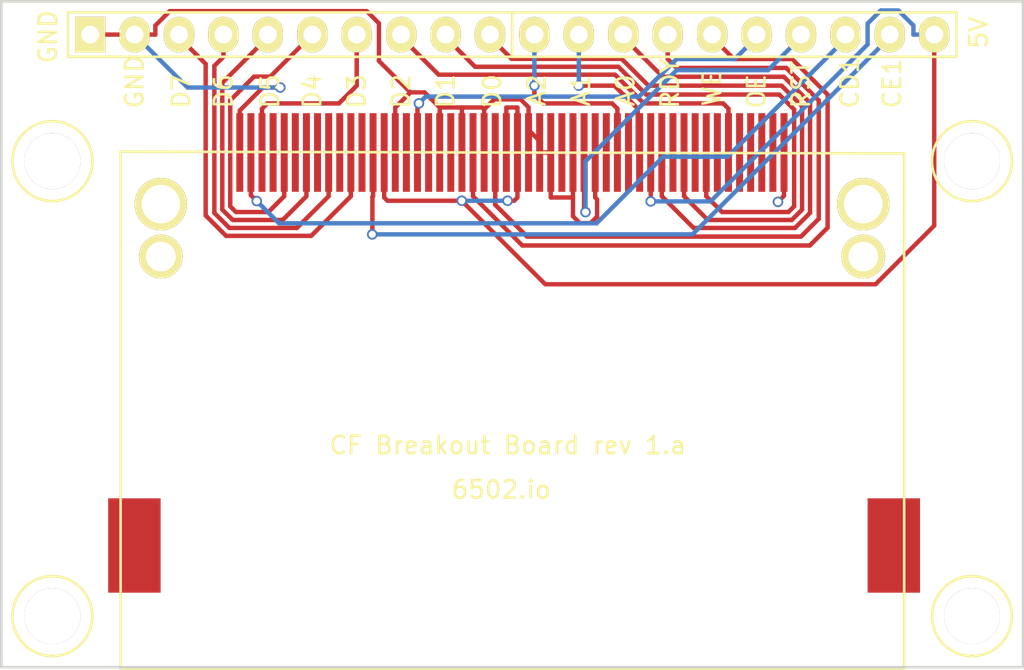
<source format=kicad_pcb>
(kicad_pcb (version 20171130) (host pcbnew "(5.1.12)-1")

  (general
    (thickness 1.6)
    (drawings 26)
    (tracks 223)
    (zones 0)
    (modules 6)
    (nets 38)
  )

  (page A4)
  (layers
    (0 F.Cu signal)
    (1 In1.Cu power)
    (2 In2.Cu power)
    (31 B.Cu signal)
    (32 B.Adhes user hide)
    (33 F.Adhes user hide)
    (34 B.Paste user hide)
    (35 F.Paste user hide)
    (36 B.SilkS user hide)
    (37 F.SilkS user hide)
    (38 B.Mask user hide)
    (39 F.Mask user hide)
    (40 Dwgs.User user hide)
    (41 Cmts.User user hide)
    (42 Eco1.User user hide)
    (43 Eco2.User user hide)
    (44 Edge.Cuts user)
    (45 Margin user hide)
    (46 B.CrtYd user hide)
    (47 F.CrtYd user hide)
    (48 B.Fab user hide)
    (49 F.Fab user hide)
  )

  (setup
    (last_trace_width 0.25)
    (user_trace_width 0.254)
    (user_trace_width 0.381)
    (user_trace_width 0.635)
    (trace_clearance 0.2)
    (zone_clearance 0.508)
    (zone_45_only no)
    (trace_min 0.2)
    (via_size 0.6)
    (via_drill 0.4)
    (via_min_size 0.4)
    (via_min_drill 0.3)
    (uvia_size 0.3)
    (uvia_drill 0.1)
    (uvias_allowed no)
    (uvia_min_size 0.2)
    (uvia_min_drill 0.1)
    (edge_width 0.15)
    (segment_width 0.2)
    (pcb_text_width 0.3)
    (pcb_text_size 1.5 1.5)
    (mod_edge_width 0.15)
    (mod_text_size 1 1)
    (mod_text_width 0.15)
    (pad_size 3.2 3.2)
    (pad_drill 3.2)
    (pad_to_mask_clearance 0.2)
    (aux_axis_origin 0 0)
    (visible_elements 7FFEFFFF)
    (pcbplotparams
      (layerselection 0x010f0_80000007)
      (usegerberextensions true)
      (usegerberattributes true)
      (usegerberadvancedattributes true)
      (creategerberjobfile true)
      (excludeedgelayer true)
      (linewidth 0.100000)
      (plotframeref false)
      (viasonmask false)
      (mode 1)
      (useauxorigin false)
      (hpglpennumber 1)
      (hpglpenspeed 20)
      (hpglpendiameter 15.000000)
      (psnegative false)
      (psa4output false)
      (plotreference true)
      (plotvalue true)
      (plotinvisibletext false)
      (padsonsilk false)
      (subtractmaskfromsilk true)
      (outputformat 1)
      (mirror false)
      (drillshape 0)
      (scaleselection 1)
      (outputdirectory "Gerbers/"))
  )

  (net 0 "")
  (net 1 GND)
  (net 2 /D7)
  (net 3 /D6)
  (net 4 /D5)
  (net 5 /D4)
  (net 6 /D3)
  (net 7 /D2)
  (net 8 /D1)
  (net 9 /D0)
  (net 10 /A2)
  (net 11 /A1)
  (net 12 /A0)
  (net 13 /RD)
  (net 14 /WE)
  (net 15 /OE)
  (net 16 /RST)
  (net 17 /CD1)
  (net 18 /CE1)
  (net 19 +5V)
  (net 20 "Net-(U1-Pad25)")
  (net 21 "Net-(U1-Pad49)")
  (net 22 "Net-(U1-Pad24)")
  (net 23 "Net-(U1-Pad48)")
  (net 24 "Net-(U1-Pad47)")
  (net 25 "Net-(U1-Pad46)")
  (net 26 "Net-(U1-Pad45)")
  (net 27 "Net-(U1-Pad43)")
  (net 28 "Net-(U1-Pad42)")
  (net 29 "Net-(U1-Pad40)")
  (net 30 "Net-(U1-Pad35)")
  (net 31 "Net-(U1-Pad34)")
  (net 32 "Net-(U1-Pad33)")
  (net 33 "Net-(U1-Pad31)")
  (net 34 "Net-(U1-Pad30)")
  (net 35 "Net-(U1-Pad29)")
  (net 36 "Net-(U1-Pad27)")
  (net 37 "Net-(U1-Pad28)")

  (net_class Default "This is the default net class."
    (clearance 0.2)
    (trace_width 0.25)
    (via_dia 0.6)
    (via_drill 0.4)
    (uvia_dia 0.3)
    (uvia_drill 0.1)
    (add_net +5V)
    (add_net /A0)
    (add_net /A1)
    (add_net /A2)
    (add_net /CD1)
    (add_net /CE1)
    (add_net /D0)
    (add_net /D1)
    (add_net /D2)
    (add_net /D3)
    (add_net /D4)
    (add_net /D5)
    (add_net /D6)
    (add_net /D7)
    (add_net /OE)
    (add_net /RD)
    (add_net /RST)
    (add_net /WE)
    (add_net GND)
    (add_net "Net-(U1-Pad24)")
    (add_net "Net-(U1-Pad25)")
    (add_net "Net-(U1-Pad27)")
    (add_net "Net-(U1-Pad28)")
    (add_net "Net-(U1-Pad29)")
    (add_net "Net-(U1-Pad30)")
    (add_net "Net-(U1-Pad31)")
    (add_net "Net-(U1-Pad33)")
    (add_net "Net-(U1-Pad34)")
    (add_net "Net-(U1-Pad35)")
    (add_net "Net-(U1-Pad40)")
    (add_net "Net-(U1-Pad42)")
    (add_net "Net-(U1-Pad43)")
    (add_net "Net-(U1-Pad45)")
    (add_net "Net-(U1-Pad46)")
    (add_net "Net-(U1-Pad47)")
    (add_net "Net-(U1-Pad48)")
    (add_net "Net-(U1-Pad49)")
  )

  (module 6502Library:1pin (layer F.Cu) (tedit 5689353A) (tstamp 568934C4)
    (at 119.761 89.154)
    (descr "module 1 pin (ou trou mecanique de percage)")
    (tags DEV)
    (fp_text reference REF**_4 (at 0 -3.048) (layer F.SilkS) hide
      (effects (font (size 1 1) (thickness 0.15)))
    )
    (fp_text value 1pin (at 0 2.794) (layer F.Fab)
      (effects (font (size 1 1) (thickness 0.15)))
    )
    (fp_circle (center 0 0) (end 0 -2.286) (layer F.SilkS) (width 0.15))
    (pad 1 thru_hole circle (at 0 0) (size 3.2 3.2) (drill 3.2) (layers *.Cu *.Mask F.SilkS))
  )

  (module 6502Library:1pin (layer F.Cu) (tedit 56893481) (tstamp 5689344A)
    (at 172.339 89.154)
    (descr "module 1 pin (ou trou mecanique de percage)")
    (tags DEV)
    (fp_text reference REF**_3 (at 0 -3.048) (layer F.SilkS) hide
      (effects (font (size 1 1) (thickness 0.15)))
    )
    (fp_text value 1pin (at 0 2.794) (layer F.Fab)
      (effects (font (size 1 1) (thickness 0.15)))
    )
    (fp_circle (center 0 0) (end 0 -2.286) (layer F.SilkS) (width 0.15))
    (pad 1 thru_hole circle (at 0 0) (size 3.2 3.2) (drill 3.2) (layers *.Cu *.Mask F.SilkS))
  )

  (module 6502Library:1pin (layer F.Cu) (tedit 5689347D) (tstamp 5689341C)
    (at 172.339 115.189)
    (descr "module 1 pin (ou trou mecanique de percage)")
    (tags DEV)
    (fp_text reference REF**_2 (at 0 -3.048) (layer F.SilkS) hide
      (effects (font (size 1 1) (thickness 0.15)))
    )
    (fp_text value 1pin (at 0 2.794) (layer F.Fab)
      (effects (font (size 1 1) (thickness 0.15)))
    )
    (fp_circle (center 0 0) (end 0 -2.286) (layer F.SilkS) (width 0.15))
    (pad 1 thru_hole circle (at 0 0) (size 3.2 3.2) (drill 3.2) (layers *.Cu *.Mask F.SilkS))
  )

  (module Footprints:Socket_Strip_Straight_1x20 (layer F.Cu) (tedit 56893247) (tstamp 5687E9D3)
    (at 121.92 81.915)
    (descr "Through hole socket strip")
    (tags "socket strip")
    (path /56874BCE)
    (fp_text reference P1 (at -4.191 0) (layer F.SilkS) hide
      (effects (font (size 1 1) (thickness 0.15)))
    )
    (fp_text value CONN_01X20 (at 23.622 -3.429) (layer F.Fab)
      (effects (font (size 1 1) (thickness 0.15)))
    )
    (fp_line (start 24.13 -1.27) (end 24.13 1.27) (layer F.SilkS) (width 0.15))
    (fp_line (start -1.143 -1.27) (end -1.27 -1.27) (layer F.SilkS) (width 0.15))
    (fp_line (start -1.27 -1.27) (end -1.27 1.27) (layer F.SilkS) (width 0.15))
    (fp_line (start -1.27 1.27) (end -1.143 1.27) (layer F.SilkS) (width 0.15))
    (fp_line (start 1.27 1.27) (end -1.143 1.27) (layer F.SilkS) (width 0.15))
    (fp_line (start -1.143 -1.27) (end 1.27 -1.27) (layer F.SilkS) (width 0.15))
    (fp_line (start -1.75 -1.75) (end -1.75 1.75) (layer F.CrtYd) (width 0.05))
    (fp_line (start 50.05 -1.75) (end 50.05 1.75) (layer F.CrtYd) (width 0.05))
    (fp_line (start -1.75 -1.75) (end 50.05 -1.75) (layer F.CrtYd) (width 0.05))
    (fp_line (start -1.75 1.75) (end 50.05 1.75) (layer F.CrtYd) (width 0.05))
    (fp_line (start 1.27 1.27) (end 49.53 1.27) (layer F.SilkS) (width 0.15))
    (fp_line (start 49.53 1.27) (end 49.53 -1.27) (layer F.SilkS) (width 0.15))
    (fp_line (start 49.53 -1.27) (end 1.27 -1.27) (layer F.SilkS) (width 0.15))
    (pad 1 thru_hole rect (at 0 0) (size 1.7272 2.032) (drill 1.016) (layers *.Cu *.Mask F.SilkS)
      (net 1 GND))
    (pad 2 thru_hole oval (at 2.54 0) (size 1.7272 2.032) (drill 1.016) (layers *.Cu *.Mask F.SilkS)
      (net 1 GND))
    (pad 3 thru_hole oval (at 5.08 0) (size 1.7272 2.032) (drill 1.016) (layers *.Cu *.Mask F.SilkS)
      (net 2 /D7))
    (pad 4 thru_hole oval (at 7.62 0) (size 1.7272 2.032) (drill 1.016) (layers *.Cu *.Mask F.SilkS)
      (net 3 /D6))
    (pad 5 thru_hole oval (at 10.16 0) (size 1.7272 2.032) (drill 1.016) (layers *.Cu *.Mask F.SilkS)
      (net 4 /D5))
    (pad 6 thru_hole oval (at 12.7 0) (size 1.7272 2.032) (drill 1.016) (layers *.Cu *.Mask F.SilkS)
      (net 5 /D4))
    (pad 7 thru_hole oval (at 15.24 0) (size 1.7272 2.032) (drill 1.016) (layers *.Cu *.Mask F.SilkS)
      (net 6 /D3))
    (pad 8 thru_hole oval (at 17.78 0) (size 1.7272 2.032) (drill 1.016) (layers *.Cu *.Mask F.SilkS)
      (net 7 /D2))
    (pad 9 thru_hole oval (at 20.32 0) (size 1.7272 2.032) (drill 1.016) (layers *.Cu *.Mask F.SilkS)
      (net 8 /D1))
    (pad 10 thru_hole oval (at 22.86 0) (size 1.7272 2.032) (drill 1.016) (layers *.Cu *.Mask F.SilkS)
      (net 9 /D0))
    (pad 11 thru_hole oval (at 25.4 0) (size 1.7272 2.032) (drill 1.016) (layers *.Cu *.Mask F.SilkS)
      (net 10 /A2))
    (pad 12 thru_hole oval (at 27.94 0) (size 1.7272 2.032) (drill 1.016) (layers *.Cu *.Mask F.SilkS)
      (net 11 /A1))
    (pad 13 thru_hole oval (at 30.48 0) (size 1.7272 2.032) (drill 1.016) (layers *.Cu *.Mask F.SilkS)
      (net 12 /A0))
    (pad 14 thru_hole oval (at 33.02 0) (size 1.7272 2.032) (drill 1.016) (layers *.Cu *.Mask F.SilkS)
      (net 13 /RD))
    (pad 15 thru_hole oval (at 35.56 0) (size 1.7272 2.032) (drill 1.016) (layers *.Cu *.Mask F.SilkS)
      (net 14 /WE))
    (pad 16 thru_hole oval (at 38.1 0) (size 1.7272 2.032) (drill 1.016) (layers *.Cu *.Mask F.SilkS)
      (net 15 /OE))
    (pad 17 thru_hole oval (at 40.64 0) (size 1.7272 2.032) (drill 1.016) (layers *.Cu *.Mask F.SilkS)
      (net 16 /RST))
    (pad 18 thru_hole oval (at 43.18 0) (size 1.7272 2.032) (drill 1.016) (layers *.Cu *.Mask F.SilkS)
      (net 17 /CD1))
    (pad 19 thru_hole oval (at 45.72 0) (size 1.7272 2.032) (drill 1.016) (layers *.Cu *.Mask F.SilkS)
      (net 18 /CE1))
    (pad 20 thru_hole oval (at 48.26 0) (size 1.7272 2.032) (drill 1.016) (layers *.Cu *.Mask F.SilkS)
      (net 19 +5V))
    (model Socket_Strips.3dshapes/Socket_Strip_Straight_1x20.wrl
      (offset (xyz 24.12999963760376 0 0))
      (scale (xyz 1 1 1))
      (rotate (xyz 0 0 180))
    )
  )

  (module Footprints:CompactFlashSocket (layer F.Cu) (tedit 5689324E) (tstamp 5687EA0F)
    (at 145.161 104.013)
    (path /5683F9BB)
    (fp_text reference U1 (at 0.14 -0.19) (layer F.SilkS) hide
      (effects (font (size 1 1) (thickness 0.15)))
    )
    (fp_text value CompactFlashCard (at 0 -20.75) (layer F.Fab)
      (effects (font (size 1 1) (thickness 0.15)))
    )
    (fp_line (start -21.5 14.2) (end 23.3 14.2) (layer F.SilkS) (width 0.15))
    (fp_line (start 23.3 14.2) (end 23.3 -15.3) (layer F.SilkS) (width 0.15))
    (fp_line (start 23.3 -15.3) (end -21.5 -15.4) (layer F.SilkS) (width 0.15))
    (fp_line (start -21.5 -15.4) (end -21.5 14.2) (layer F.SilkS) (width 0.15))
    (pad "" smd rect (at 22.708 7.134) (size 3 5.4) (layers F.Cu F.Paste F.Mask))
    (pad "" thru_hole circle (at 20.96 -9.4) (size 2.5 2.5) (drill 1.7) (layers *.Cu *.Mask F.SilkS))
    (pad "" thru_hole circle (at -19.2 -9.4) (size 2.5 2.5) (drill 1.7) (layers *.Cu *.Mask F.SilkS))
    (pad "" thru_hole circle (at 20.96 -12.4) (size 3 3) (drill 2.2) (layers *.Cu *.Mask F.SilkS))
    (pad 50 smd rect (at 16.429 -15.354) (size 0.4 4.5) (layers F.Cu F.Paste F.Mask)
      (net 1 GND))
    (pad 25 smd rect (at 15.794 -15.354) (size 0.4 4.5) (layers F.Cu F.Paste F.Mask)
      (net 20 "Net-(U1-Pad25)"))
    (pad 49 smd rect (at 15.159 -15.354) (size 0.4 4.5) (layers F.Cu F.Paste F.Mask)
      (net 21 "Net-(U1-Pad49)"))
    (pad 24 smd rect (at 14.524 -15.354) (size 0.4 4.5) (layers F.Cu F.Paste F.Mask)
      (net 22 "Net-(U1-Pad24)"))
    (pad 48 smd rect (at 13.889 -15.354) (size 0.4 4.5) (layers F.Cu F.Paste F.Mask)
      (net 23 "Net-(U1-Pad48)"))
    (pad 23 smd rect (at 13.254 -15.354) (size 0.4 4.5) (layers F.Cu F.Paste F.Mask)
      (net 7 /D2))
    (pad 47 smd rect (at 12.619 -15.354) (size 0.4 4.5) (layers F.Cu F.Paste F.Mask)
      (net 24 "Net-(U1-Pad47)"))
    (pad 22 smd rect (at 11.984 -15.354) (size 0.4 4.5) (layers F.Cu F.Paste F.Mask)
      (net 8 /D1))
    (pad 46 smd rect (at 11.349 -15.354) (size 0.4 4.5) (layers F.Cu F.Paste F.Mask)
      (net 25 "Net-(U1-Pad46)"))
    (pad 21 smd rect (at 10.714 -15.354) (size 0.4 4.5) (layers F.Cu F.Paste F.Mask)
      (net 9 /D0))
    (pad 45 smd rect (at 10.079 -15.354) (size 0.4 4.5) (layers F.Cu F.Paste F.Mask)
      (net 26 "Net-(U1-Pad45)"))
    (pad 20 smd rect (at 9.444 -15.354) (size 0.4 4.5) (layers F.Cu F.Paste F.Mask)
      (net 12 /A0))
    (pad 44 smd rect (at 8.809 -15.354) (size 0.4 4.5) (layers F.Cu F.Paste F.Mask)
      (net 19 +5V))
    (pad 19 smd rect (at 8.174 -15.354) (size 0.4 4.5) (layers F.Cu F.Paste F.Mask)
      (net 11 /A1))
    (pad 43 smd rect (at 7.539 -15.354) (size 0.4 4.5) (layers F.Cu F.Paste F.Mask)
      (net 27 "Net-(U1-Pad43)"))
    (pad 18 smd rect (at 6.904 -15.354) (size 0.4 4.5) (layers F.Cu F.Paste F.Mask)
      (net 10 /A2))
    (pad 42 smd rect (at 6.269 -15.354) (size 0.4 4.5) (layers F.Cu F.Paste F.Mask)
      (net 28 "Net-(U1-Pad42)"))
    (pad 17 smd rect (at 5.634 -15.354) (size 0.4 4.5) (layers F.Cu F.Paste F.Mask)
      (net 1 GND))
    (pad 41 smd rect (at 4.999 -15.354) (size 0.4 4.5) (layers F.Cu F.Paste F.Mask)
      (net 16 /RST))
    (pad 16 smd rect (at 4.364 -15.354) (size 0.4 4.5) (layers F.Cu F.Paste F.Mask)
      (net 1 GND))
    (pad 40 smd rect (at 3.729 -15.354) (size 0.4 4.5) (layers F.Cu F.Paste F.Mask)
      (net 29 "Net-(U1-Pad40)"))
    (pad 15 smd rect (at 3.094 -15.354) (size 0.4 4.5) (layers F.Cu F.Paste F.Mask)
      (net 1 GND))
    (pad 39 smd rect (at 2.459 -15.354) (size 0.4 4.5) (layers F.Cu F.Paste F.Mask)
      (net 1 GND))
    (pad 14 smd rect (at 1.824 -15.354) (size 0.4 4.5) (layers F.Cu F.Paste F.Mask)
      (net 1 GND))
    (pad 38 smd rect (at 1.189 -15.354) (size 0.4 4.5) (layers F.Cu F.Paste F.Mask)
      (net 19 +5V))
    (pad 13 smd rect (at 0.554 -15.354) (size 0.4 4.5) (layers F.Cu F.Paste F.Mask)
      (net 19 +5V))
    (pad 37 smd rect (at -0.081 -15.354) (size 0.4 4.5) (layers F.Cu F.Paste F.Mask)
      (net 13 /RD))
    (pad 12 smd rect (at -0.716 -15.354) (size 0.4 4.5) (layers F.Cu F.Paste F.Mask)
      (net 1 GND))
    (pad 36 smd rect (at -1.351 -15.354) (size 0.4 4.5) (layers F.Cu F.Paste F.Mask)
      (net 14 /WE))
    (pad 11 smd rect (at -1.986 -15.354) (size 0.4 4.5) (layers F.Cu F.Paste F.Mask)
      (net 1 GND))
    (pad 35 smd rect (at -2.621 -15.354) (size 0.4 4.5) (layers F.Cu F.Paste F.Mask)
      (net 30 "Net-(U1-Pad35)"))
    (pad 10 smd rect (at -3.256 -15.354) (size 0.4 4.5) (layers F.Cu F.Paste F.Mask)
      (net 1 GND))
    (pad 34 smd rect (at -3.891 -15.354) (size 0.4 4.5) (layers F.Cu F.Paste F.Mask)
      (net 31 "Net-(U1-Pad34)"))
    (pad 9 smd rect (at -4.526 -15.354) (size 0.4 4.5) (layers F.Cu F.Paste F.Mask)
      (net 15 /OE))
    (pad 33 smd rect (at -5.161 -15.354) (size 0.4 4.5) (layers F.Cu F.Paste F.Mask)
      (net 32 "Net-(U1-Pad33)"))
    (pad 8 smd rect (at -5.796 -15.354) (size 0.4 4.5) (layers F.Cu F.Paste F.Mask)
      (net 1 GND))
    (pad 32 smd rect (at -6.431 -15.354) (size 0.4 4.5) (layers F.Cu F.Paste F.Mask)
      (net 19 +5V))
    (pad 31 smd rect (at -7.701 -15.354) (size 0.4 4.5) (layers F.Cu F.Paste F.Mask)
      (net 33 "Net-(U1-Pad31)"))
    (pad 7 smd rect (at -7.066 -15.354) (size 0.4 4.5) (layers F.Cu F.Paste F.Mask)
      (net 18 /CE1))
    (pad 6 smd rect (at -8.336 -15.354) (size 0.4 4.5) (layers F.Cu F.Paste F.Mask)
      (net 2 /D7))
    (pad 30 smd rect (at -8.971 -15.354) (size 0.4 4.5) (layers F.Cu F.Paste F.Mask)
      (net 34 "Net-(U1-Pad30)"))
    (pad 5 smd rect (at -9.606 -15.354) (size 0.4 4.5) (layers F.Cu F.Paste F.Mask)
      (net 3 /D6))
    (pad 29 smd rect (at -10.241 -15.354) (size 0.4 4.5) (layers F.Cu F.Paste F.Mask)
      (net 35 "Net-(U1-Pad29)"))
    (pad 4 smd rect (at -10.876 -15.354) (size 0.4 4.5) (layers F.Cu F.Paste F.Mask)
      (net 4 /D5))
    (pad 3 smd rect (at -12.146 -15.354) (size 0.4 4.5) (layers F.Cu F.Paste F.Mask)
      (net 5 /D4))
    (pad 27 smd rect (at -12.781 -15.354) (size 0.4 4.5) (layers F.Cu F.Paste F.Mask)
      (net 36 "Net-(U1-Pad27)"))
    (pad 2 smd rect (at -13.416 -15.354) (size 0.4 4.5) (layers F.Cu F.Paste F.Mask)
      (net 6 /D3))
    (pad 26 smd rect (at -14.051 -15.354) (size 0.4 4.5) (layers F.Cu F.Paste F.Mask)
      (net 17 /CD1))
    (pad 1 smd rect (at -14.686 -15.354) (size 0.4 4.5) (layers F.Cu F.Paste F.Mask)
      (net 1 GND))
    (pad "" thru_hole circle (at -19.2 -12.4) (size 3 3) (drill 2.2) (layers *.Cu *.Mask F.SilkS))
    (pad 28 smd rect (at -11.511 -15.354) (size 0.4 4.5) (layers F.Cu F.Paste F.Mask)
      (net 37 "Net-(U1-Pad28)"))
    (pad "" smd rect (at -20.712 7.134) (size 3 5.4) (layers F.Cu F.Paste F.Mask))
  )

  (module 6502Library:1pin (layer F.Cu) (tedit 56893540) (tstamp 5687EB49)
    (at 119.761 115.189)
    (descr "module 1 pin (ou trou mecanique de percage)")
    (tags DEV)
    (fp_text reference REF** (at 0 -3.048) (layer F.SilkS) hide
      (effects (font (size 1 1) (thickness 0.15)))
    )
    (fp_text value 1pin (at 0 2.794) (layer F.Fab)
      (effects (font (size 1 1) (thickness 0.15)))
    )
    (fp_circle (center 0 0) (end 0 -2.286) (layer F.SilkS) (width 0.15))
    (pad 1 thru_hole circle (at 0 0) (size 3.2 3.2) (drill 3.2) (layers *.Cu *.Mask F.SilkS))
  )

  (gr_text 6502.io (at 145.415 107.95) (layer F.SilkS)
    (effects (font (size 1 1) (thickness 0.15)))
  )
  (gr_text "CF Breakout Board rev 1.a" (at 145.796 105.41) (layer F.SilkS)
    (effects (font (size 1 1) (thickness 0.15)))
  )
  (gr_text 5V (at 172.72 82.804 90) (layer F.SilkS)
    (effects (font (size 1 1) (thickness 0.15)) (justify left))
  )
  (gr_text CE1 (at 167.767 86.233 90) (layer F.SilkS)
    (effects (font (size 1 1) (thickness 0.15)) (justify left))
  )
  (gr_text CD1 (at 165.354 86.233 90) (layer F.SilkS)
    (effects (font (size 1 1) (thickness 0.15)) (justify left))
  )
  (gr_text RST (at 162.56 86.233 90) (layer F.SilkS)
    (effects (font (size 1 1) (thickness 0.15)) (justify left))
  )
  (gr_text OE (at 160.02 86.233 90) (layer F.SilkS)
    (effects (font (size 1 1) (thickness 0.15)) (justify left))
  )
  (gr_text WE (at 157.48 86.106 90) (layer F.SilkS)
    (effects (font (size 1 1) (thickness 0.15)) (justify left))
  )
  (gr_text RDY (at 155.067 86.233 90) (layer F.SilkS)
    (effects (font (size 1 1) (thickness 0.15)) (justify left))
  )
  (gr_text A0 (at 152.527 86.106 90) (layer F.SilkS)
    (effects (font (size 1 1) (thickness 0.15)) (justify left))
  )
  (gr_text A1 (at 149.987 86.106 90) (layer F.SilkS)
    (effects (font (size 1 1) (thickness 0.15)) (justify left))
  )
  (gr_text A2 (at 147.447 86.106 90) (layer F.SilkS)
    (effects (font (size 1 1) (thickness 0.15)) (justify left))
  )
  (gr_text D0 (at 144.907 86.233 90) (layer F.SilkS)
    (effects (font (size 1 1) (thickness 0.15)) (justify left))
  )
  (gr_text D1 (at 142.24 86.233 90) (layer F.SilkS)
    (effects (font (size 1 1) (thickness 0.15)) (justify left))
  )
  (gr_text D2 (at 139.7 86.233 90) (layer F.SilkS)
    (effects (font (size 1 1) (thickness 0.15)) (justify left))
  )
  (gr_text D3 (at 137.16 86.233 90) (layer F.SilkS)
    (effects (font (size 1 1) (thickness 0.15)) (justify left))
  )
  (gr_text D4 (at 134.62 86.233 90) (layer F.SilkS)
    (effects (font (size 1 1) (thickness 0.15)) (justify left))
  )
  (gr_text D5 (at 132.207 86.233 90) (layer F.SilkS)
    (effects (font (size 1 1) (thickness 0.15)) (justify left))
  )
  (gr_text D6 (at 129.54 86.233 90) (layer F.SilkS)
    (effects (font (size 1 1) (thickness 0.15)) (justify left))
  )
  (gr_text D7 (at 127.127 86.233 90) (layer F.SilkS)
    (effects (font (size 1 1) (thickness 0.15)) (justify left))
  )
  (gr_text GND (at 124.46 86.233 90) (layer F.SilkS)
    (effects (font (size 1 1) (thickness 0.15)) (justify left))
  )
  (gr_text GND (at 119.507 82.042 90) (layer F.SilkS)
    (effects (font (size 1 1) (thickness 0.15)))
  )
  (gr_line (start 116.84 118.11) (end 116.84 80.01) (angle 90) (layer Edge.Cuts) (width 0.15))
  (gr_line (start 175.26 118.11) (end 116.84 118.11) (angle 90) (layer Edge.Cuts) (width 0.15))
  (gr_line (start 175.26 80.01) (end 175.26 118.11) (angle 90) (layer Edge.Cuts) (width 0.15))
  (gr_line (start 116.84 80.01) (end 175.26 80.01) (angle 90) (layer Edge.Cuts) (width 0.15))

  (via (at 161.24428 91.48572) (size 0.6) (drill 0.4) (layers F.Cu B.Cu) (net 1))
  (via (at 132.7912 84.94268) (size 0.6) (drill 0.4) (layers F.Cu B.Cu) (net 1))
  (segment (start 149.525 91.2341) (end 149.525 92.309) (width 0.25) (layer F.Cu) (net 1))
  (segment (start 149.525 92.309) (end 149.9168 92.7008) (width 0.25) (layer F.Cu) (net 1))
  (segment (start 149.9168 92.7008) (end 150.5286 92.7008) (width 0.25) (layer F.Cu) (net 1))
  (segment (start 150.5286 92.7008) (end 150.9048 92.3246) (width 0.25) (layer F.Cu) (net 1))
  (segment (start 150.9048 92.3246) (end 150.9048 91.3439) (width 0.25) (layer F.Cu) (net 1))
  (segment (start 150.9048 91.3439) (end 150.795 91.2341) (width 0.25) (layer F.Cu) (net 1))
  (segment (start 150.795 88.659) (end 150.795 91.2341) (width 0.25) (layer F.Cu) (net 1))
  (segment (start 148.255 91.2341) (end 149.525 91.2341) (width 0.25) (layer F.Cu) (net 1))
  (segment (start 140.228 85.2209) (end 141.042 85.2209) (width 0.25) (layer F.Cu) (net 1))
  (segment (start 141.042 85.2209) (end 141.905 86.0839) (width 0.25) (layer F.Cu) (net 1))
  (segment (start 139.365 86.0839) (end 140.228 85.2209) (width 0.25) (layer F.Cu) (net 1))
  (segment (start 140.228 85.2209) (end 138.43 83.4229) (width 0.25) (layer F.Cu) (net 1))
  (segment (start 138.43 83.4229) (end 138.43 81.2698) (width 0.25) (layer F.Cu) (net 1))
  (segment (start 138.43 81.2698) (end 137.7307 80.5705) (width 0.25) (layer F.Cu) (net 1))
  (segment (start 137.7307 80.5705) (end 126.4731 80.5705) (width 0.25) (layer F.Cu) (net 1))
  (segment (start 126.4731 80.5705) (end 125.6487 81.3949) (width 0.25) (layer F.Cu) (net 1))
  (segment (start 125.6487 81.3949) (end 125.6487 81.915) (width 0.25) (layer F.Cu) (net 1))
  (segment (start 124.46 81.915) (end 125.6487 81.915) (width 0.25) (layer F.Cu) (net 1))
  (segment (start 144.445 86.1964) (end 145.0189 85.6225) (width 0.25) (layer F.Cu) (net 1))
  (segment (start 145.0189 85.6225) (end 146.534 85.6225) (width 0.25) (layer F.Cu) (net 1))
  (segment (start 146.534 85.6225) (end 146.985 86.0735) (width 0.25) (layer F.Cu) (net 1))
  (segment (start 146.985 86.0735) (end 146.985 87.3714) (width 0.25) (layer F.Cu) (net 1))
  (segment (start 143.175 86.0839) (end 144.3325 86.0839) (width 0.25) (layer F.Cu) (net 1))
  (segment (start 144.3325 86.0839) (end 144.445 86.1964) (width 0.25) (layer F.Cu) (net 1))
  (segment (start 124.46 81.915) (end 121.92 81.915) (width 0.25) (layer F.Cu) (net 1))
  (segment (start 139.365 88.659) (end 139.365 86.0839) (width 0.25) (layer F.Cu) (net 1))
  (segment (start 148.255 88.659) (end 148.255 91.2341) (width 0.25) (layer F.Cu) (net 1))
  (segment (start 149.525 88.659) (end 149.525 91.2341) (width 0.25) (layer F.Cu) (net 1))
  (segment (start 147.62 88.659) (end 148.255 88.659) (width 0.25) (layer F.Cu) (net 1))
  (segment (start 146.985 87.3714) (end 147.62 88.0064) (width 0.25) (layer F.Cu) (net 1))
  (segment (start 147.62 88.0064) (end 147.62 88.659) (width 0.25) (layer F.Cu) (net 1))
  (segment (start 146.985 88.659) (end 146.985 87.3714) (width 0.25) (layer F.Cu) (net 1))
  (segment (start 144.445 88.659) (end 144.445 86.1964) (width 0.25) (layer F.Cu) (net 1))
  (segment (start 143.175 86.1964) (end 143.175 86.0839) (width 0.25) (layer F.Cu) (net 1))
  (segment (start 143.175 88.659) (end 143.175 86.1964) (width 0.25) (layer F.Cu) (net 1))
  (segment (start 141.905 86.0839) (end 143.175 86.0839) (width 0.25) (layer F.Cu) (net 1))
  (segment (start 141.905 86.1964) (end 141.905 86.0839) (width 0.25) (layer F.Cu) (net 1))
  (segment (start 141.905 88.659) (end 141.905 86.1964) (width 0.25) (layer F.Cu) (net 1))
  (segment (start 131.791318 84.94268) (end 132.7912 84.94268) (width 0.25) (layer F.Cu) (net 1))
  (segment (start 130.475 86.258998) (end 131.791318 84.94268) (width 0.25) (layer F.Cu) (net 1))
  (segment (start 130.475 88.659) (end 130.475 86.258998) (width 0.25) (layer F.Cu) (net 1))
  (segment (start 127.48768 84.94268) (end 124.46 81.915) (width 0.25) (layer B.Cu) (net 1))
  (segment (start 132.7912 84.94268) (end 127.48768 84.94268) (width 0.25) (layer B.Cu) (net 1))
  (segment (start 161.59 91.14) (end 161.24428 91.48572) (width 0.25) (layer F.Cu) (net 1))
  (segment (start 161.59 88.659) (end 161.59 91.14) (width 0.25) (layer F.Cu) (net 1))
  (segment (start 138.644819 90.796299) (end 132.7912 84.94268) (width 0.25) (layer In1.Cu) (net 1))
  (segment (start 160.554859 90.796299) (end 138.644819 90.796299) (width 0.25) (layer In1.Cu) (net 1))
  (segment (start 161.24428 91.48572) (end 160.554859 90.796299) (width 0.25) (layer In1.Cu) (net 1))
  (segment (start 136.825 88.659) (end 136.825 91.163) (width 0.254) (layer F.Cu) (net 2))
  (segment (start 136.825 91.163) (end 134.559 93.429) (width 0.254) (layer F.Cu) (net 2))
  (segment (start 134.559 93.429) (end 129.691 93.429) (width 0.254) (layer F.Cu) (net 2))
  (segment (start 129.691 93.429) (end 128.524 92.2622) (width 0.254) (layer F.Cu) (net 2))
  (segment (start 128.524 92.2622) (end 128.524 83.5914) (width 0.254) (layer F.Cu) (net 2))
  (segment (start 128.524 83.5914) (end 127 82.0674) (width 0.254) (layer F.Cu) (net 2))
  (segment (start 127 82.0674) (end 127 81.915) (width 0.254) (layer F.Cu) (net 2))
  (segment (start 135.555 88.659) (end 135.555 91.163) (width 0.254) (layer F.Cu) (net 3))
  (segment (start 135.555 91.163) (end 133.743 92.975) (width 0.254) (layer F.Cu) (net 3))
  (segment (start 133.743 92.975) (end 129.879 92.975) (width 0.254) (layer F.Cu) (net 3))
  (segment (start 129.879 92.975) (end 129.021 92.1171) (width 0.254) (layer F.Cu) (net 3))
  (segment (start 129.021 92.1171) (end 129.021 83.704) (width 0.254) (layer F.Cu) (net 3))
  (segment (start 129.021 83.704) (end 129.54 83.185) (width 0.254) (layer F.Cu) (net 3))
  (segment (start 129.54 83.185) (end 129.54 81.915) (width 0.254) (layer F.Cu) (net 3))
  (segment (start 134.285 88.659) (end 134.285 91.163) (width 0.254) (layer F.Cu) (net 4))
  (segment (start 134.285 91.163) (end 132.927 92.521) (width 0.254) (layer F.Cu) (net 4))
  (segment (start 132.927 92.521) (end 130.067 92.521) (width 0.254) (layer F.Cu) (net 4))
  (segment (start 130.067 92.521) (end 129.475 91.929) (width 0.254) (layer F.Cu) (net 4))
  (segment (start 129.475 91.929) (end 129.475 84.6724) (width 0.254) (layer F.Cu) (net 4))
  (segment (start 129.475 84.6724) (end 132.08 82.0674) (width 0.254) (layer F.Cu) (net 4))
  (segment (start 132.08 82.0674) (end 132.08 81.915) (width 0.254) (layer F.Cu) (net 4))
  (segment (start 133.015 88.659) (end 133.015 91.163) (width 0.254) (layer F.Cu) (net 5))
  (segment (start 133.015 91.163) (end 132.111 92.067) (width 0.254) (layer F.Cu) (net 5))
  (segment (start 132.111 92.067) (end 130.255 92.067) (width 0.254) (layer F.Cu) (net 5))
  (segment (start 130.255 92.067) (end 129.929 91.741) (width 0.254) (layer F.Cu) (net 5))
  (segment (start 129.929 91.741) (end 129.929 85.678) (width 0.254) (layer F.Cu) (net 5))
  (segment (start 129.929 85.678) (end 130.382 85.225) (width 0.254) (layer F.Cu) (net 5))
  (segment (start 134.62 82.0674) (end 134.62 81.915) (width 0.254) (layer F.Cu) (net 5))
  (segment (start 132.217321 84.317679) (end 134.62 81.915) (width 0.25) (layer F.Cu) (net 5))
  (segment (start 131.289321 84.317679) (end 132.217321 84.317679) (width 0.25) (layer F.Cu) (net 5))
  (segment (start 130.382 85.225) (end 131.289321 84.317679) (width 0.25) (layer F.Cu) (net 5))
  (segment (start 131.745 88.659) (end 131.745 86.155) (width 0.254) (layer F.Cu) (net 6))
  (segment (start 131.745 86.155) (end 132.048 85.852) (width 0.254) (layer F.Cu) (net 6))
  (segment (start 132.048 85.852) (end 136.144 85.852) (width 0.254) (layer F.Cu) (net 6))
  (segment (start 136.144 85.852) (end 137.16 84.836) (width 0.254) (layer F.Cu) (net 6))
  (segment (start 137.16 84.836) (end 137.16 81.915) (width 0.254) (layer F.Cu) (net 6))
  (segment (start 158.415 88.659) (end 158.415 86.155) (width 0.254) (layer F.Cu) (net 7))
  (segment (start 158.415 86.155) (end 158.112 85.852) (width 0.254) (layer F.Cu) (net 7))
  (segment (start 158.112 85.852) (end 153.574 85.852) (width 0.254) (layer F.Cu) (net 7))
  (segment (start 153.574 85.852) (end 151.931 84.209) (width 0.254) (layer F.Cu) (net 7))
  (segment (start 151.931 84.209) (end 141.842 84.209) (width 0.254) (layer F.Cu) (net 7))
  (segment (start 141.842 84.209) (end 139.7 82.0674) (width 0.254) (layer F.Cu) (net 7))
  (segment (start 139.7 82.0674) (end 139.7 81.915) (width 0.254) (layer F.Cu) (net 7))
  (segment (start 157.145 88.659) (end 157.145 91.163) (width 0.254) (layer F.Cu) (net 8))
  (segment (start 157.145 91.163) (end 158.049 92.067) (width 0.254) (layer F.Cu) (net 8))
  (segment (start 158.049 92.067) (end 161.845 92.067) (width 0.254) (layer F.Cu) (net 8))
  (segment (start 161.845 92.067) (end 162.171 91.741) (width 0.254) (layer F.Cu) (net 8))
  (segment (start 162.171 91.741) (end 162.171 86.2014) (width 0.254) (layer F.Cu) (net 8))
  (segment (start 162.171 86.2014) (end 161.314 85.344) (width 0.254) (layer F.Cu) (net 8))
  (segment (start 161.314 85.344) (end 153.708 85.344) (width 0.254) (layer F.Cu) (net 8))
  (segment (start 153.708 85.344) (end 152.119 83.755) (width 0.254) (layer F.Cu) (net 8))
  (segment (start 152.119 83.755) (end 143.928 83.755) (width 0.254) (layer F.Cu) (net 8))
  (segment (start 143.928 83.755) (end 142.24 82.0674) (width 0.254) (layer F.Cu) (net 8))
  (segment (start 142.24 82.0674) (end 142.24 81.915) (width 0.254) (layer F.Cu) (net 8))
  (segment (start 155.875 88.659) (end 155.875 91.163) (width 0.254) (layer F.Cu) (net 9))
  (segment (start 155.875 91.163) (end 157.233 92.521) (width 0.254) (layer F.Cu) (net 9))
  (segment (start 157.233 92.521) (end 162.033 92.521) (width 0.254) (layer F.Cu) (net 9))
  (segment (start 162.033 92.521) (end 162.625 91.929) (width 0.254) (layer F.Cu) (net 9))
  (segment (start 162.625 91.929) (end 162.625 86.0133) (width 0.254) (layer F.Cu) (net 9))
  (segment (start 162.625 86.0133) (end 161.448 84.836) (width 0.254) (layer F.Cu) (net 9))
  (segment (start 161.448 84.836) (end 153.842 84.836) (width 0.254) (layer F.Cu) (net 9))
  (segment (start 153.842 84.836) (end 152.307 83.301) (width 0.254) (layer F.Cu) (net 9))
  (segment (start 152.307 83.301) (end 146.014 83.301) (width 0.254) (layer F.Cu) (net 9))
  (segment (start 146.014 83.301) (end 144.78 82.0674) (width 0.254) (layer F.Cu) (net 9))
  (segment (start 144.78 82.0674) (end 144.78 81.915) (width 0.254) (layer F.Cu) (net 9))
  (segment (start 147.32 82.0674) (end 147.32 81.915) (width 0.254) (layer F.Cu) (net 10))
  (segment (start 147.32 84.836) (end 147.32 81.915) (width 0.254) (layer B.Cu) (net 10))
  (segment (start 152.065 88.659) (end 152.065 86.155) (width 0.254) (layer F.Cu) (net 10))
  (segment (start 152.065 86.155) (end 151.762 85.852) (width 0.254) (layer F.Cu) (net 10))
  (segment (start 151.762 85.852) (end 147.828 85.852) (width 0.254) (layer F.Cu) (net 10))
  (segment (start 147.828 85.852) (end 147.32 85.344) (width 0.254) (layer F.Cu) (net 10))
  (segment (start 147.32 85.344) (end 147.32 84.836) (width 0.254) (layer F.Cu) (net 10))
  (via (at 147.32 84.836) (size 0.6) (layers F.Cu B.Cu) (net 10))
  (segment (start 149.86 81.915) (end 149.86 82.0674) (width 0.254) (layer F.Cu) (net 11))
  (segment (start 149.86 81.788) (end 149.86 81.915) (width 0.254) (layer F.Cu) (net 11))
  (segment (start 153.335 88.659) (end 153.227 88.551) (width 0.254) (layer F.Cu) (net 11))
  (segment (start 153.227 88.551) (end 153.227 86.1474) (width 0.254) (layer F.Cu) (net 11))
  (segment (start 153.227 86.1474) (end 152.424 85.344) (width 0.254) (layer F.Cu) (net 11))
  (segment (start 152.424 85.344) (end 152.4 85.344) (width 0.254) (layer F.Cu) (net 11))
  (segment (start 152.4 85.344) (end 151.892 84.836) (width 0.254) (layer F.Cu) (net 11))
  (segment (start 151.892 84.836) (end 149.86 84.836) (width 0.254) (layer F.Cu) (net 11))
  (segment (start 149.86 84.836) (end 149.86 81.915) (width 0.254) (layer B.Cu) (net 11))
  (via (at 149.86 84.836) (size 0.6) (layers F.Cu B.Cu) (net 11))
  (segment (start 154.605 88.659) (end 154.605 91.163) (width 0.254) (layer F.Cu) (net 12))
  (segment (start 154.605 91.163) (end 156.417 92.975) (width 0.254) (layer F.Cu) (net 12))
  (segment (start 156.417 92.975) (end 162.221 92.975) (width 0.254) (layer F.Cu) (net 12))
  (segment (start 162.221 92.975) (end 163.079 92.1171) (width 0.254) (layer F.Cu) (net 12))
  (segment (start 163.079 92.1171) (end 163.079 85.8253) (width 0.254) (layer F.Cu) (net 12))
  (segment (start 163.079 85.8253) (end 161.582 84.328) (width 0.254) (layer F.Cu) (net 12))
  (segment (start 161.582 84.328) (end 154.661 84.328) (width 0.254) (layer F.Cu) (net 12))
  (segment (start 154.661 84.328) (end 152.4 82.0674) (width 0.254) (layer F.Cu) (net 12))
  (segment (start 152.4 82.0674) (end 152.4 81.915) (width 0.254) (layer F.Cu) (net 12))
  (segment (start 145.08 88.659) (end 145.08 91.652) (width 0.254) (layer F.Cu) (net 13))
  (segment (start 145.08 91.652) (end 146.9 93.472) (width 0.254) (layer F.Cu) (net 13))
  (segment (start 146.9 93.472) (end 162.56 93.472) (width 0.254) (layer F.Cu) (net 13))
  (segment (start 162.56 93.472) (end 163.576 92.456) (width 0.254) (layer F.Cu) (net 13))
  (segment (start 163.576 92.456) (end 163.576 85.6802) (width 0.254) (layer F.Cu) (net 13))
  (segment (start 163.576 85.6802) (end 161.716 83.82) (width 0.254) (layer F.Cu) (net 13))
  (segment (start 161.716 83.82) (end 155.448 83.82) (width 0.254) (layer F.Cu) (net 13))
  (segment (start 155.448 83.82) (end 154.94 83.312) (width 0.254) (layer F.Cu) (net 13))
  (segment (start 154.94 83.312) (end 154.94 81.915) (width 0.254) (layer F.Cu) (net 13))
  (segment (start 143.81 88.659) (end 143.81 91.163) (width 0.254) (layer F.Cu) (net 14))
  (segment (start 143.81 91.163) (end 146.627 93.98) (width 0.254) (layer F.Cu) (net 14))
  (segment (start 146.627 93.98) (end 163.068 93.98) (width 0.254) (layer F.Cu) (net 14))
  (segment (start 163.068 93.98) (end 164.084 92.964) (width 0.254) (layer F.Cu) (net 14))
  (segment (start 164.084 92.964) (end 164.084 85.344) (width 0.254) (layer F.Cu) (net 14))
  (segment (start 164.084 85.344) (end 162.052 83.312) (width 0.254) (layer F.Cu) (net 14))
  (segment (start 162.052 83.312) (end 158.725 83.312) (width 0.254) (layer F.Cu) (net 14))
  (segment (start 158.725 83.312) (end 157.48 82.0674) (width 0.254) (layer F.Cu) (net 14))
  (segment (start 157.48 82.0674) (end 157.48 81.915) (width 0.254) (layer F.Cu) (net 14))
  (segment (start 140.635 88.659) (end 140.635 85.933) (width 0.254) (layer F.Cu) (net 15))
  (segment (start 140.635 85.933) (end 140.716 85.852) (width 0.254) (layer F.Cu) (net 15))
  (segment (start 140.716 85.852) (end 141.105 85.463) (width 0.254) (layer B.Cu) (net 15))
  (segment (start 141.105 85.463) (end 153.297 85.463) (width 0.254) (layer B.Cu) (net 15))
  (segment (start 153.297 85.463) (end 155.448 83.312) (width 0.254) (layer B.Cu) (net 15))
  (segment (start 155.448 83.312) (end 158.775 83.312) (width 0.254) (layer B.Cu) (net 15))
  (segment (start 158.775 83.312) (end 160.02 82.0674) (width 0.254) (layer B.Cu) (net 15))
  (segment (start 160.02 82.0674) (end 160.02 81.915) (width 0.254) (layer B.Cu) (net 15))
  (via (at 140.716 85.852) (size 0.6) (layers F.Cu B.Cu) (net 15))
  (segment (start 150.16 88.659) (end 150.16 91.994) (width 0.254) (layer F.Cu) (net 16))
  (segment (start 150.16 91.994) (end 150.241 92.075) (width 0.254) (layer F.Cu) (net 16))
  (segment (start 150.241 92.075) (end 150.241 89.1611) (width 0.254) (layer B.Cu) (net 16))
  (segment (start 150.241 89.1611) (end 155.455 83.947) (width 0.254) (layer B.Cu) (net 16))
  (segment (start 155.455 83.947) (end 160.68 83.947) (width 0.254) (layer B.Cu) (net 16))
  (segment (start 160.68 83.947) (end 162.56 82.0674) (width 0.254) (layer B.Cu) (net 16))
  (segment (start 162.56 82.0674) (end 162.56 81.915) (width 0.254) (layer B.Cu) (net 16))
  (via (at 150.241 92.075) (size 0.6) (layers F.Cu B.Cu) (net 16))
  (segment (start 131.445 91.44) (end 131.11 91.105) (width 0.254) (layer F.Cu) (net 17))
  (segment (start 131.11 91.105) (end 131.11 88.659) (width 0.254) (layer F.Cu) (net 17))
  (segment (start 165.1 81.915) (end 165.1 82.169) (width 0.254) (layer B.Cu) (net 17))
  (segment (start 165.1 82.169) (end 158.369 88.9) (width 0.254) (layer B.Cu) (net 17))
  (segment (start 158.369 88.9) (end 154.686 88.9) (width 0.254) (layer B.Cu) (net 17))
  (segment (start 154.686 88.9) (end 150.876 92.71) (width 0.254) (layer B.Cu) (net 17))
  (segment (start 150.876 92.71) (end 132.715 92.71) (width 0.254) (layer B.Cu) (net 17))
  (segment (start 132.715 92.71) (end 131.445 91.44) (width 0.254) (layer B.Cu) (net 17))
  (via (at 131.445 91.44) (size 0.6) (layers F.Cu B.Cu) (net 17))
  (segment (start 167.64 81.915) (end 167.64 82.0674) (width 0.254) (layer B.Cu) (net 18))
  (segment (start 167.64 82.0674) (end 164.236 85.471) (width 0.254) (layer B.Cu) (net 18))
  (segment (start 164.236 85.471) (end 156.362 93.345) (width 0.254) (layer B.Cu) (net 18))
  (segment (start 156.362 93.345) (end 138.049 93.345) (width 0.254) (layer B.Cu) (net 18))
  (segment (start 138.049 93.345) (end 138.057 93.337) (width 0.254) (layer F.Cu) (net 18))
  (segment (start 138.057 93.337) (end 138.057 91.201) (width 0.254) (layer F.Cu) (net 18))
  (segment (start 138.057 91.201) (end 138.095 91.163) (width 0.254) (layer F.Cu) (net 18))
  (segment (start 138.095 91.163) (end 138.095 88.659) (width 0.254) (layer F.Cu) (net 18))
  (via (at 138.049 93.345) (size 0.6) (layers F.Cu B.Cu) (net 18))
  (segment (start 146.35 91.2341) (end 146.1628 91.4213) (width 0.25) (layer F.Cu) (net 19))
  (segment (start 146.1628 91.4213) (end 145.7863 91.4213) (width 0.25) (layer F.Cu) (net 19))
  (segment (start 143.1632 91.4213) (end 145.7863 91.4213) (width 0.25) (layer B.Cu) (net 19))
  (segment (start 170.18 81.915) (end 170.18 92.8457) (width 0.25) (layer F.Cu) (net 19))
  (segment (start 170.18 92.8457) (end 166.826 96.1997) (width 0.25) (layer F.Cu) (net 19))
  (segment (start 166.826 96.1997) (end 147.9416 96.1997) (width 0.25) (layer F.Cu) (net 19))
  (segment (start 147.9416 96.1997) (end 143.1632 91.4213) (width 0.25) (layer F.Cu) (net 19))
  (segment (start 138.73 91.2341) (end 138.9172 91.4213) (width 0.25) (layer F.Cu) (net 19))
  (segment (start 138.9172 91.4213) (end 143.1632 91.4213) (width 0.25) (layer F.Cu) (net 19))
  (segment (start 146.35 88.659) (end 146.35 91.2341) (width 0.25) (layer F.Cu) (net 19))
  (segment (start 146.35 87.484) (end 146.35 88.659) (width 0.25) (layer F.Cu) (net 19))
  (segment (start 153.97 91.2341) (end 153.97 91.4584) (width 0.25) (layer F.Cu) (net 19))
  (segment (start 168.9913 81.915) (end 168.9913 81.3949) (width 0.25) (layer B.Cu) (net 19))
  (segment (start 168.9913 81.3949) (end 168.1302 80.5338) (width 0.25) (layer B.Cu) (net 19))
  (segment (start 168.1302 80.5338) (end 167.1216 80.5338) (width 0.25) (layer B.Cu) (net 19))
  (segment (start 167.1216 80.5338) (end 166.37 81.2854) (width 0.25) (layer B.Cu) (net 19))
  (segment (start 166.37 81.2854) (end 166.37 82.4802) (width 0.25) (layer B.Cu) (net 19))
  (segment (start 166.37 82.4802) (end 157.3918 91.4584) (width 0.25) (layer B.Cu) (net 19))
  (segment (start 157.3918 91.4584) (end 153.97 91.4584) (width 0.25) (layer B.Cu) (net 19))
  (segment (start 138.73 88.659) (end 138.73 91.2341) (width 0.25) (layer F.Cu) (net 19))
  (segment (start 145.715 86.0839) (end 146.35 86.0839) (width 0.25) (layer F.Cu) (net 19))
  (segment (start 146.35 87.484) (end 146.35 86.0839) (width 0.25) (layer F.Cu) (net 19))
  (segment (start 145.715 88.659) (end 145.715 86.0839) (width 0.25) (layer F.Cu) (net 19))
  (segment (start 170.18 81.915) (end 168.9913 81.915) (width 0.25) (layer B.Cu) (net 19))
  (segment (start 153.97 88.659) (end 153.97 91.2341) (width 0.25) (layer F.Cu) (net 19))
  (via (at 145.7863 91.4213) (size 0.6) (layers F.Cu B.Cu) (net 19))
  (via (at 143.1632 91.4213) (size 0.6) (layers F.Cu B.Cu) (net 19))
  (via (at 153.97 91.4584) (size 0.6) (layers F.Cu B.Cu) (net 19))

)

</source>
